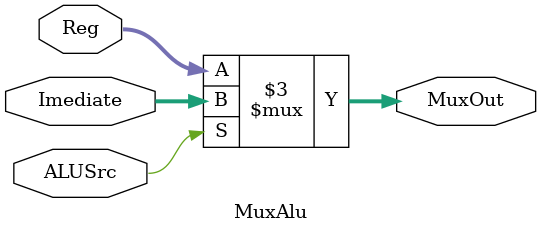
<source format=v>
module MuxAlu (Imediate, Reg, MuxOut, ALUSrc);

	input [31:0] Imediate, Reg;
	output reg [31:0] MuxOut;
	input ALUSrc;
	
	always @ (*)
		begin
			if (ALUSrc)
				MuxOut = Imediate;
			else
				MuxOut = Reg;
		end
	
endmodule 
</source>
